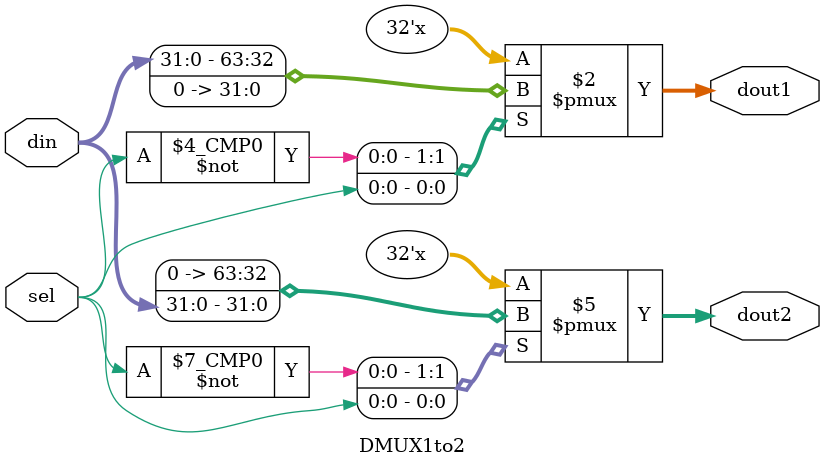
<source format=sv>
module DMUX1to2 #(
    parameter DATA_WIDTH = 32
)
(
    input  logic [DATA_WIDTH-1:0] din,        
    input  logic sel,    
    output logic [DATA_WIDTH-1:0] dout1, 
    output logic [DATA_WIDTH-1:0] dout2   
);

    always_comb begin
        dout1 = {DATA_WIDTH{1'b0}};
        dout2 = {DATA_WIDTH{1'b0}};
        case (sel)
            1'b0: dout1 = din;
            1'b1: dout2 = din;
        endcase
    end

endmodule

</source>
